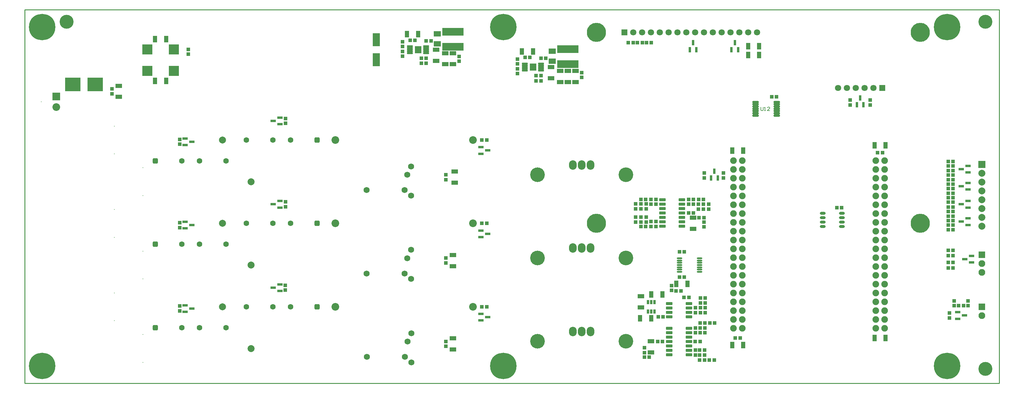
<source format=gts>
G04 Layer_Color=8388736*
%FSLAX43Y43*%
%MOMM*%
G71*
G01*
G75*
%ADD37C,0.254*%
%ADD38C,0.178*%
%ADD76R,2.903X2.903*%
%ADD77O,1.550X0.500*%
%ADD78R,6.203X2.203*%
%ADD79R,0.803X1.203*%
%ADD80R,1.553X0.803*%
%ADD81O,1.653X0.853*%
%ADD82R,2.003X1.543*%
%ADD83R,1.003X1.103*%
G04:AMPARAMS|DCode=84|XSize=0.653mm|YSize=1.803mm|CornerRadius=0.151mm|HoleSize=0mm|Usage=FLASHONLY|Rotation=90.000|XOffset=0mm|YOffset=0mm|HoleType=Round|Shape=RoundedRectangle|*
%AMROUNDEDRECTD84*
21,1,0.653,1.501,0,0,90.0*
21,1,0.351,1.803,0,0,90.0*
1,1,0.302,0.750,0.175*
1,1,0.302,0.750,-0.175*
1,1,0.302,-0.750,-0.175*
1,1,0.302,-0.750,0.175*
%
%ADD84ROUNDEDRECTD84*%
%ADD85R,4.443X4.013*%
%ADD86R,2.003X3.753*%
%ADD87C,4.000*%
G04:AMPARAMS|DCode=88|XSize=0.853mm|YSize=1.853mm|CornerRadius=0.15mm|HoleSize=0mm|Usage=FLASHONLY|Rotation=270.000|XOffset=0mm|YOffset=0mm|HoleType=Round|Shape=RoundedRectangle|*
%AMROUNDEDRECTD88*
21,1,0.853,1.552,0,0,270.0*
21,1,0.552,1.853,0,0,270.0*
1,1,0.301,-0.776,-0.276*
1,1,0.301,-0.776,0.276*
1,1,0.301,0.776,0.276*
1,1,0.301,0.776,-0.276*
%
%ADD88ROUNDEDRECTD88*%
%ADD89R,1.203X1.903*%
G04:AMPARAMS|DCode=90|XSize=0.503mm|YSize=1.753mm|CornerRadius=0.151mm|HoleSize=0mm|Usage=FLASHONLY|Rotation=90.000|XOffset=0mm|YOffset=0mm|HoleType=Round|Shape=RoundedRectangle|*
%AMROUNDEDRECTD90*
21,1,0.503,1.451,0,0,90.0*
21,1,0.201,1.753,0,0,90.0*
1,1,0.302,0.726,0.101*
1,1,0.302,0.726,-0.101*
1,1,0.302,-0.726,-0.101*
1,1,0.302,-0.726,0.101*
%
%ADD90ROUNDEDRECTD90*%
G04:AMPARAMS|DCode=91|XSize=1.933mm|YSize=2.103mm|CornerRadius=0.153mm|HoleSize=0mm|Usage=FLASHONLY|Rotation=0.000|XOffset=0mm|YOffset=0mm|HoleType=Round|Shape=RoundedRectangle|*
%AMROUNDEDRECTD91*
21,1,1.933,1.796,0,0,0.0*
21,1,1.626,2.103,0,0,0.0*
1,1,0.307,0.813,-0.898*
1,1,0.307,-0.813,-0.898*
1,1,0.307,-0.813,0.898*
1,1,0.307,0.813,0.898*
%
%ADD91ROUNDEDRECTD91*%
%ADD92R,1.103X1.003*%
%ADD93R,1.903X1.203*%
%ADD94R,0.803X1.553*%
%ADD95O,2.203X2.703*%
%ADD96C,2.203*%
%ADD97R,0.203X0.203*%
%ADD98C,2.003*%
%ADD99C,1.803*%
%ADD100R,1.803X1.803*%
%ADD101C,1.727*%
%ADD102C,7.603*%
%ADD103C,5.503*%
%ADD104C,1.903*%
%ADD105R,1.953X1.953*%
%ADD106C,1.953*%
%ADD107C,4.203*%
%ADD108R,2.203X2.203*%
%ADD109R,0.203X0.203*%
%ADD110R,2.003X2.003*%
%ADD111C,1.603*%
G04:AMPARAMS|DCode=112|XSize=1.603mm|YSize=1.603mm|CornerRadius=0.452mm|HoleSize=0mm|Usage=FLASHONLY|Rotation=0.000|XOffset=0mm|YOffset=0mm|HoleType=Round|Shape=RoundedRectangle|*
%AMROUNDEDRECTD112*
21,1,1.603,0.700,0,0,0.0*
21,1,0.700,1.603,0,0,0.0*
1,1,0.903,0.350,-0.350*
1,1,0.903,-0.350,-0.350*
1,1,0.903,-0.350,0.350*
1,1,0.903,0.350,0.350*
%
%ADD112ROUNDEDRECTD112*%
%ADD113C,0.803*%
D37*
X0Y0D02*
Y107500D01*
X280000D01*
Y0D02*
Y107500D01*
X0Y0D02*
X280000D01*
D38*
X211476Y79508D02*
Y78661D01*
X211645Y78492D01*
X211984D01*
X212153Y78661D01*
Y79508D01*
X212492Y78492D02*
X212830D01*
X212661D01*
Y79508D01*
X212492Y79338D01*
X214015Y78492D02*
X213338D01*
X214015Y79169D01*
Y79338D01*
X213846Y79508D01*
X213507D01*
X213338Y79338D01*
D76*
X35190Y89890D02*
D03*
X42810D02*
D03*
Y96110D02*
D03*
X35190D02*
D03*
D77*
X188125Y35950D02*
D03*
Y35300D02*
D03*
Y34650D02*
D03*
Y34000D02*
D03*
Y33350D02*
D03*
Y32700D02*
D03*
Y32050D02*
D03*
X193875Y35950D02*
D03*
Y35300D02*
D03*
Y34650D02*
D03*
Y34000D02*
D03*
Y33350D02*
D03*
Y32700D02*
D03*
Y32050D02*
D03*
D78*
X123000Y96850D02*
D03*
Y101150D02*
D03*
X156000Y91850D02*
D03*
Y96150D02*
D03*
D79*
X179050Y20625D02*
D03*
X180000D02*
D03*
X180950D02*
D03*
Y23375D02*
D03*
X180000D02*
D03*
X179050D02*
D03*
D80*
X131025Y67950D02*
D03*
Y66050D02*
D03*
X132975Y67000D02*
D03*
X269975Y19500D02*
D03*
X268025Y18550D02*
D03*
Y20450D02*
D03*
X270025Y35700D02*
D03*
X271975Y36650D02*
D03*
Y34750D02*
D03*
X270975Y45550D02*
D03*
Y47450D02*
D03*
X269025Y46500D02*
D03*
X270975Y50550D02*
D03*
Y52450D02*
D03*
X269025Y51500D02*
D03*
X270975Y55750D02*
D03*
Y57650D02*
D03*
X269025Y56700D02*
D03*
X270975Y60650D02*
D03*
Y62550D02*
D03*
X269025Y61600D02*
D03*
X73275Y26550D02*
D03*
Y28450D02*
D03*
X71325Y27500D02*
D03*
X46025Y22450D02*
D03*
Y20550D02*
D03*
X47975Y21500D02*
D03*
X73275Y50550D02*
D03*
Y52450D02*
D03*
X71325Y51500D02*
D03*
X46025Y46450D02*
D03*
Y44550D02*
D03*
X47975Y45500D02*
D03*
X73275Y74550D02*
D03*
Y76450D02*
D03*
X71325Y75500D02*
D03*
X46025Y70450D02*
D03*
Y68550D02*
D03*
X47975Y69500D02*
D03*
X131025Y19950D02*
D03*
Y18050D02*
D03*
X132975Y19000D02*
D03*
X131025Y43950D02*
D03*
Y42050D02*
D03*
X132975Y43000D02*
D03*
D81*
X234725Y45095D02*
D03*
Y46365D02*
D03*
Y47635D02*
D03*
Y48905D02*
D03*
X229275Y45095D02*
D03*
Y46365D02*
D03*
Y47635D02*
D03*
Y48905D02*
D03*
D82*
X118500Y100530D02*
D03*
Y97670D02*
D03*
X151500Y95530D02*
D03*
Y92670D02*
D03*
D83*
X266700Y44200D02*
D03*
X265300D02*
D03*
X195100Y47600D02*
D03*
X193700D02*
D03*
X190800Y24700D02*
D03*
X189400D02*
D03*
X265300Y34800D02*
D03*
X266700D02*
D03*
Y36700D02*
D03*
X265300D02*
D03*
X266700Y33200D02*
D03*
X265300D02*
D03*
X266700Y38200D02*
D03*
X265300D02*
D03*
X268300Y22300D02*
D03*
X269700D02*
D03*
X196800Y17300D02*
D03*
X198200D02*
D03*
X194100Y23100D02*
D03*
X195500D02*
D03*
X198100Y6700D02*
D03*
X196700D02*
D03*
X183200Y12000D02*
D03*
X181800D02*
D03*
X177000Y45100D02*
D03*
X178400D02*
D03*
X188100Y37800D02*
D03*
X189500D02*
D03*
X177000Y52900D02*
D03*
X178400D02*
D03*
X195000D02*
D03*
X193600D02*
D03*
X187100Y26600D02*
D03*
X188500D02*
D03*
X188100Y30500D02*
D03*
X189500D02*
D03*
X190700Y49000D02*
D03*
X192100D02*
D03*
X205530Y12970D02*
D03*
X204130D02*
D03*
X245030Y66370D02*
D03*
X246430D02*
D03*
X234700Y50500D02*
D03*
X233300D02*
D03*
X148300Y93500D02*
D03*
X149700D02*
D03*
X143700Y93800D02*
D03*
X145100D02*
D03*
X115300Y98500D02*
D03*
X116700D02*
D03*
X112100Y98700D02*
D03*
X110700D02*
D03*
X173400Y98000D02*
D03*
X174800D02*
D03*
X216000Y82400D02*
D03*
X214600D02*
D03*
X178000Y7500D02*
D03*
X179400D02*
D03*
X195400Y17300D02*
D03*
X194000D02*
D03*
Y15900D02*
D03*
X195400D02*
D03*
X194000Y14500D02*
D03*
X195400D02*
D03*
X194100Y21700D02*
D03*
X195500D02*
D03*
Y24500D02*
D03*
X194100D02*
D03*
Y20300D02*
D03*
X195500D02*
D03*
X179900Y45100D02*
D03*
X181300D02*
D03*
Y46500D02*
D03*
X179900D02*
D03*
X131300Y22000D02*
D03*
X132700D02*
D03*
X179900Y52900D02*
D03*
X181300D02*
D03*
Y51500D02*
D03*
X179900D02*
D03*
X131300Y46000D02*
D03*
X132700D02*
D03*
X192100Y52900D02*
D03*
X190700D02*
D03*
Y51500D02*
D03*
X192100D02*
D03*
X131300Y70000D02*
D03*
X132700D02*
D03*
X146900Y87000D02*
D03*
X148300D02*
D03*
Y88500D02*
D03*
X146900D02*
D03*
X113900Y92100D02*
D03*
X115300D02*
D03*
Y93500D02*
D03*
X113900D02*
D03*
X265300Y45500D02*
D03*
X266700D02*
D03*
X265300Y46800D02*
D03*
X266700D02*
D03*
X265300Y50700D02*
D03*
X266700D02*
D03*
X265300Y52100D02*
D03*
X266700D02*
D03*
X176000Y98000D02*
D03*
X177400D02*
D03*
X180000D02*
D03*
X178600D02*
D03*
X192600Y12000D02*
D03*
X194000D02*
D03*
X183400Y19100D02*
D03*
X182000D02*
D03*
X193900Y8100D02*
D03*
X195300D02*
D03*
Y6700D02*
D03*
X193900D02*
D03*
Y9500D02*
D03*
X195300D02*
D03*
X265300Y56000D02*
D03*
X266700D02*
D03*
X265300Y57300D02*
D03*
X266700D02*
D03*
X265300Y61200D02*
D03*
X266700D02*
D03*
X265300Y62500D02*
D03*
X266700D02*
D03*
Y63800D02*
D03*
X265300D02*
D03*
X266700Y59900D02*
D03*
X265300D02*
D03*
X266700Y58600D02*
D03*
X265300D02*
D03*
X266700Y54700D02*
D03*
X265300D02*
D03*
X266700Y53400D02*
D03*
X265300D02*
D03*
X266700Y49400D02*
D03*
X265300D02*
D03*
X266700Y48100D02*
D03*
X265300D02*
D03*
D84*
X216050Y77050D02*
D03*
Y77700D02*
D03*
Y78350D02*
D03*
Y79000D02*
D03*
Y79650D02*
D03*
Y80300D02*
D03*
Y80950D02*
D03*
X209950Y77050D02*
D03*
Y77700D02*
D03*
Y78350D02*
D03*
Y79000D02*
D03*
Y79650D02*
D03*
Y80300D02*
D03*
Y80950D02*
D03*
D85*
X20185Y86000D02*
D03*
X13815D02*
D03*
D86*
X101000Y93125D02*
D03*
Y98875D02*
D03*
D87*
X276000Y4100D02*
D03*
X12000Y104000D02*
D03*
X276000D02*
D03*
D88*
X183175Y52810D02*
D03*
Y51540D02*
D03*
Y50270D02*
D03*
Y49000D02*
D03*
Y47730D02*
D03*
Y46460D02*
D03*
Y45190D02*
D03*
X188825Y52810D02*
D03*
Y51540D02*
D03*
Y50270D02*
D03*
Y49000D02*
D03*
Y47730D02*
D03*
Y46460D02*
D03*
Y45190D02*
D03*
X190825Y19095D02*
D03*
Y20365D02*
D03*
Y21635D02*
D03*
Y22905D02*
D03*
X185175Y19095D02*
D03*
Y20365D02*
D03*
Y21635D02*
D03*
Y22905D02*
D03*
X190825Y8190D02*
D03*
Y9460D02*
D03*
Y10730D02*
D03*
Y12000D02*
D03*
Y13270D02*
D03*
Y14540D02*
D03*
Y15810D02*
D03*
X185175Y8190D02*
D03*
Y9460D02*
D03*
Y10730D02*
D03*
Y12000D02*
D03*
Y13270D02*
D03*
Y14540D02*
D03*
Y15810D02*
D03*
D89*
X176800Y18700D02*
D03*
X180000D02*
D03*
X207800Y97000D02*
D03*
X211000D02*
D03*
X190400Y28600D02*
D03*
X187200D02*
D03*
X203230Y10970D02*
D03*
X206430D02*
D03*
X247330Y68470D02*
D03*
X244130D02*
D03*
Y12970D02*
D03*
X247330D02*
D03*
X206430Y66970D02*
D03*
X203230D02*
D03*
X146000Y95500D02*
D03*
X142800D02*
D03*
X113000Y100500D02*
D03*
X109800D02*
D03*
X37400Y99000D02*
D03*
X40600D02*
D03*
X37400Y87000D02*
D03*
X40600D02*
D03*
X207800Y94500D02*
D03*
X211000D02*
D03*
X183200Y25500D02*
D03*
X180000D02*
D03*
D90*
X115325Y95000D02*
D03*
Y95500D02*
D03*
Y96000D02*
D03*
Y96500D02*
D03*
X110675Y95000D02*
D03*
Y95500D02*
D03*
Y96000D02*
D03*
Y96500D02*
D03*
Y97000D02*
D03*
X115325D02*
D03*
X148325Y90000D02*
D03*
Y90500D02*
D03*
Y91000D02*
D03*
Y91500D02*
D03*
X143675Y90000D02*
D03*
Y90500D02*
D03*
Y91000D02*
D03*
Y91500D02*
D03*
Y92000D02*
D03*
X148325D02*
D03*
D91*
X113000Y96000D02*
D03*
X146000Y91000D02*
D03*
D92*
X265700Y18800D02*
D03*
Y20200D02*
D03*
X267000Y23700D02*
D03*
Y22300D02*
D03*
X271000Y23700D02*
D03*
Y22300D02*
D03*
X192700Y15900D02*
D03*
Y14500D02*
D03*
Y21700D02*
D03*
Y20300D02*
D03*
Y8100D02*
D03*
Y9500D02*
D03*
X178000Y8800D02*
D03*
Y10200D02*
D03*
X178500Y47800D02*
D03*
Y46400D02*
D03*
X121000Y12000D02*
D03*
Y10600D02*
D03*
X178500Y50200D02*
D03*
Y51600D02*
D03*
X121000Y36000D02*
D03*
Y34600D02*
D03*
X193500Y50100D02*
D03*
Y51500D02*
D03*
X121000Y60000D02*
D03*
Y58600D02*
D03*
X195100Y46400D02*
D03*
Y45000D02*
D03*
X195230Y59070D02*
D03*
Y60470D02*
D03*
X200730Y59070D02*
D03*
Y60470D02*
D03*
X25000Y84700D02*
D03*
Y83300D02*
D03*
X47000Y96100D02*
D03*
Y94700D02*
D03*
X160000Y89400D02*
D03*
Y88000D02*
D03*
X141500Y90500D02*
D03*
Y89100D02*
D03*
X124750Y92650D02*
D03*
Y94050D02*
D03*
X108500Y94100D02*
D03*
Y95500D02*
D03*
X185800Y26700D02*
D03*
Y28100D02*
D03*
X175500Y46400D02*
D03*
Y47800D02*
D03*
X177000D02*
D03*
Y46400D02*
D03*
X175500Y51600D02*
D03*
Y50200D02*
D03*
X177000D02*
D03*
Y51600D02*
D03*
X196500Y51500D02*
D03*
Y50100D02*
D03*
X195000D02*
D03*
Y51500D02*
D03*
X141500Y91900D02*
D03*
Y93300D02*
D03*
X108500Y96900D02*
D03*
Y98300D02*
D03*
X74800Y28200D02*
D03*
Y26800D02*
D03*
X44500Y20800D02*
D03*
Y22200D02*
D03*
X242900Y80100D02*
D03*
Y81500D02*
D03*
X74900Y52200D02*
D03*
Y50800D02*
D03*
X44500Y44800D02*
D03*
Y46200D02*
D03*
X237100Y80100D02*
D03*
Y81500D02*
D03*
X74900Y76200D02*
D03*
Y74800D02*
D03*
X44500Y68800D02*
D03*
Y70200D02*
D03*
D93*
X179900Y12100D02*
D03*
Y8900D02*
D03*
X123000Y9700D02*
D03*
Y12900D02*
D03*
Y33700D02*
D03*
Y36900D02*
D03*
X123500Y57700D02*
D03*
Y60900D02*
D03*
X192000Y44400D02*
D03*
Y47600D02*
D03*
X27000Y82400D02*
D03*
Y85600D02*
D03*
X153800Y86700D02*
D03*
Y89900D02*
D03*
X156000Y86700D02*
D03*
Y89900D02*
D03*
X158200Y86700D02*
D03*
Y89900D02*
D03*
X120800Y91800D02*
D03*
Y95000D02*
D03*
X123000Y91800D02*
D03*
Y95000D02*
D03*
X151200Y87800D02*
D03*
Y91000D02*
D03*
X118200Y92800D02*
D03*
Y96000D02*
D03*
X177000Y21800D02*
D03*
Y25000D02*
D03*
D94*
X239050Y80125D02*
D03*
X240950D02*
D03*
X240000Y82075D02*
D03*
X191050Y96025D02*
D03*
X192950D02*
D03*
X192000Y97975D02*
D03*
X203050Y96025D02*
D03*
X204950D02*
D03*
X204000Y97975D02*
D03*
X197180Y59095D02*
D03*
X199080D02*
D03*
X198130Y61045D02*
D03*
D95*
X162550Y62800D02*
D03*
X160000D02*
D03*
X157450D02*
D03*
X162550Y14900D02*
D03*
X160000D02*
D03*
X157450D02*
D03*
X162550Y38900D02*
D03*
X160000D02*
D03*
X157450D02*
D03*
D96*
X128750Y70000D02*
D03*
X89250D02*
D03*
X9000Y79500D02*
D03*
X128750Y22000D02*
D03*
X89250D02*
D03*
X128750Y46000D02*
D03*
X89250D02*
D03*
D97*
X25725Y66000D02*
D03*
Y74000D02*
D03*
X33925Y6000D02*
D03*
Y14000D02*
D03*
Y30000D02*
D03*
Y38000D02*
D03*
Y54000D02*
D03*
Y62000D02*
D03*
X25725Y18000D02*
D03*
Y26000D02*
D03*
Y42000D02*
D03*
Y50000D02*
D03*
D98*
X56800Y70000D02*
D03*
X275000Y60460D02*
D03*
Y57920D02*
D03*
Y55380D02*
D03*
Y52840D02*
D03*
Y50300D02*
D03*
Y47760D02*
D03*
Y45220D02*
D03*
X65000Y10000D02*
D03*
Y34000D02*
D03*
Y58000D02*
D03*
X56800Y22000D02*
D03*
Y46000D02*
D03*
D99*
X236190Y85000D02*
D03*
X241270D02*
D03*
X243810D02*
D03*
X238730D02*
D03*
X233650D02*
D03*
X210350Y101000D02*
D03*
X205270D02*
D03*
X200190D02*
D03*
X197650D02*
D03*
X192570D02*
D03*
X187490D02*
D03*
X182410D02*
D03*
X177330D02*
D03*
X174790D02*
D03*
X179870D02*
D03*
X184950D02*
D03*
X190030D02*
D03*
X195110D02*
D03*
X202730D02*
D03*
X207810D02*
D03*
D100*
X246350Y85000D02*
D03*
X172250Y101000D02*
D03*
D101*
X111000Y54000D02*
D03*
X109880Y59970D02*
D03*
X98200Y55570D02*
D03*
X109120D02*
D03*
X111000Y62380D02*
D03*
X111100Y6000D02*
D03*
X109980Y11970D02*
D03*
X98300Y7570D02*
D03*
X109220D02*
D03*
X111100Y14380D02*
D03*
X111000Y38380D02*
D03*
X109120Y31570D02*
D03*
X98200D02*
D03*
X109880Y35970D02*
D03*
X111000Y30000D02*
D03*
D102*
X5000Y102500D02*
D03*
Y5000D02*
D03*
X137500Y5000D02*
D03*
X265000Y5000D02*
D03*
Y102500D02*
D03*
X137500D02*
D03*
D103*
X164250Y101000D02*
D03*
Y46000D02*
D03*
X257270D02*
D03*
X257250Y101000D02*
D03*
D104*
X244460Y64100D02*
D03*
Y61560D02*
D03*
Y59020D02*
D03*
Y56480D02*
D03*
Y53940D02*
D03*
Y51400D02*
D03*
Y48860D02*
D03*
Y46320D02*
D03*
Y43780D02*
D03*
Y41240D02*
D03*
Y38700D02*
D03*
Y36160D02*
D03*
Y33620D02*
D03*
Y31080D02*
D03*
Y28540D02*
D03*
Y26000D02*
D03*
Y23460D02*
D03*
Y20920D02*
D03*
Y18380D02*
D03*
Y15840D02*
D03*
X247000Y64100D02*
D03*
Y61560D02*
D03*
Y59020D02*
D03*
Y56480D02*
D03*
Y53940D02*
D03*
Y51400D02*
D03*
Y48860D02*
D03*
Y46320D02*
D03*
Y43780D02*
D03*
Y41240D02*
D03*
Y38700D02*
D03*
Y36160D02*
D03*
Y33620D02*
D03*
Y31080D02*
D03*
Y28540D02*
D03*
Y26000D02*
D03*
Y23460D02*
D03*
Y20920D02*
D03*
Y18380D02*
D03*
Y15840D02*
D03*
X206100D02*
D03*
Y18380D02*
D03*
Y20920D02*
D03*
Y23460D02*
D03*
Y26000D02*
D03*
Y28540D02*
D03*
Y31080D02*
D03*
Y33620D02*
D03*
Y36160D02*
D03*
Y38700D02*
D03*
Y41240D02*
D03*
Y43780D02*
D03*
Y46320D02*
D03*
Y48860D02*
D03*
Y51400D02*
D03*
Y53940D02*
D03*
Y56480D02*
D03*
Y59020D02*
D03*
Y61560D02*
D03*
Y64100D02*
D03*
X203560Y15840D02*
D03*
Y18380D02*
D03*
Y20920D02*
D03*
Y23460D02*
D03*
Y26000D02*
D03*
Y28540D02*
D03*
Y31080D02*
D03*
Y33620D02*
D03*
Y36160D02*
D03*
Y38700D02*
D03*
Y41240D02*
D03*
Y43780D02*
D03*
Y46320D02*
D03*
Y48860D02*
D03*
Y51400D02*
D03*
Y53940D02*
D03*
Y56480D02*
D03*
Y59020D02*
D03*
Y61560D02*
D03*
Y64100D02*
D03*
D105*
X275000Y37000D02*
D03*
Y22000D02*
D03*
D106*
Y34460D02*
D03*
Y31920D02*
D03*
Y19460D02*
D03*
D107*
X172700Y12100D02*
D03*
X147300D02*
D03*
X172700Y60000D02*
D03*
X147300D02*
D03*
X172700Y36000D02*
D03*
X147300D02*
D03*
D108*
X9000Y82500D02*
D03*
D109*
X4680Y81000D02*
D03*
D110*
X275000Y63000D02*
D03*
D111*
X57820Y64000D02*
D03*
X50200D02*
D03*
X45120D02*
D03*
X76380Y22000D02*
D03*
X71300D02*
D03*
X63680D02*
D03*
X57820Y16000D02*
D03*
X50200D02*
D03*
X45120D02*
D03*
X76380Y46000D02*
D03*
X71300D02*
D03*
X63680D02*
D03*
X57820Y40000D02*
D03*
X50200D02*
D03*
X45120D02*
D03*
X76380Y70000D02*
D03*
X71300D02*
D03*
X63680D02*
D03*
D112*
X37500Y64000D02*
D03*
X84000Y22000D02*
D03*
X37500Y16000D02*
D03*
X84000Y46000D02*
D03*
X37500Y40000D02*
D03*
X84000Y70000D02*
D03*
D113*
X112500Y96500D02*
D03*
X113500D02*
D03*
X112500Y95500D02*
D03*
X113500D02*
D03*
X145500Y91500D02*
D03*
X146500D02*
D03*
X145500Y90500D02*
D03*
X146500D02*
D03*
M02*

</source>
